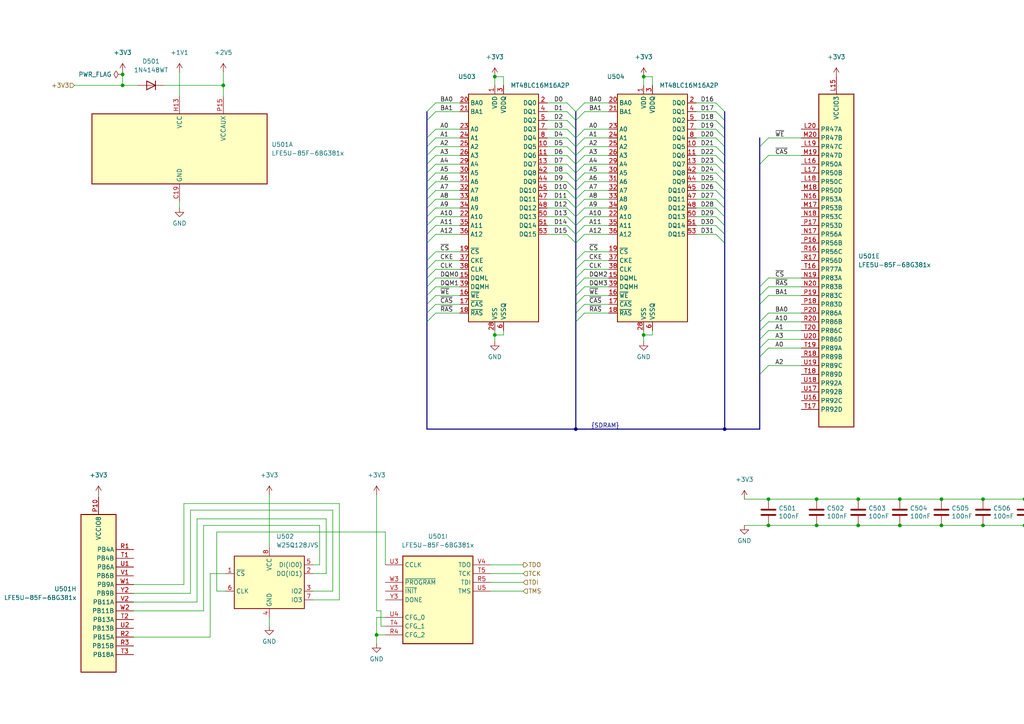
<source format=kicad_sch>
(kicad_sch (version 20211123) (generator eeschema)
  (paper "A4")
  (bus_alias "SDRAM" (members "D[0..31]" "BA[0..1]" "A[0..12]" "~{CS}" "~{WE}" "~{RAS}" "~{CAS}" "CKE" "CLK" "DQM[0..3]"))
  (junction (at 370.205 152.4))
  (junction (at 321.945 144.78))
  (junction (at 35.56 24.765))
  (junction (at 248.92 152.4))
  (junction (at 186.69 97.155))
  (junction (at 394.97 152.4))
  (junction (at 346.075 152.4))
  (junction (at 334.01 144.78))
  (junction (at 210.185 124.46))
  (junction (at 167.005 124.46))
  (junction (at 297.18 144.78))
  (junction (at 297.18 152.4))
  (junction (at 309.88 152.4))
  (junction (at 248.92 144.78))
  (junction (at 35.56 21.59))
  (junction (at 260.985 144.78))
  (junction (at 273.05 144.78))
  (junction (at 382.27 152.4))
  (junction (at 143.51 97.155))
  (junction (at 394.97 144.78))
  (junction (at 370.205 144.78))
  (junction (at 285.115 152.4))
  (junction (at 346.075 144.78))
  (junction (at 260.985 152.4))
  (junction (at 285.115 144.78))
  (junction (at 382.27 144.78))
  (junction (at 358.14 144.78))
  (junction (at 309.88 144.78))
  (junction (at 236.855 144.78))
  (junction (at 143.51 22.225))
  (junction (at 222.885 144.78))
  (junction (at 358.14 152.4))
  (junction (at 334.01 152.4))
  (junction (at 186.69 22.225))
  (junction (at 109.22 184.15))
  (junction (at 273.05 152.4))
  (junction (at 222.885 152.4))
  (junction (at 321.945 152.4))
  (junction (at 64.77 24.765))
  (junction (at 236.855 152.4))
  (bus_entry (at 167.005 34.925) (size 2.54 -2.54))
  (bus_entry (at 210.185 50.165) (size -2.54 -2.54))
  (bus_entry (at 123.825 88.265) (size 2.54 -2.54))
  (bus_entry (at 220.345 83.185) (size 2.54 -2.54))
  (bus_entry (at 123.825 83.185) (size 2.54 -2.54))
  (bus_entry (at 220.345 88.265) (size 2.54 -2.54))
  (bus_entry (at 123.825 45.085) (size 2.54 -2.54))
  (bus_entry (at 167.005 50.165) (size -2.54 -2.54))
  (bus_entry (at 220.345 103.505) (size 2.54 -2.54))
  (bus_entry (at 123.825 93.345) (size 2.54 -2.54))
  (bus_entry (at 167.005 75.565) (size 2.54 -2.54))
  (bus_entry (at 167.005 62.865) (size -2.54 -2.54))
  (bus_entry (at 220.345 98.425) (size 2.54 -2.54))
  (bus_entry (at 167.005 45.085) (size -2.54 -2.54))
  (bus_entry (at 123.825 52.705) (size 2.54 -2.54))
  (bus_entry (at 210.185 52.705) (size -2.54 -2.54))
  (bus_entry (at 210.185 67.945) (size -2.54 -2.54))
  (bus_entry (at 123.825 85.725) (size 2.54 -2.54))
  (bus_entry (at 167.005 67.945) (size 2.54 -2.54))
  (bus_entry (at 123.825 62.865) (size 2.54 -2.54))
  (bus_entry (at 167.005 42.545) (size -2.54 -2.54))
  (bus_entry (at 167.005 78.105) (size 2.54 -2.54))
  (bus_entry (at 167.005 85.725) (size 2.54 -2.54))
  (bus_entry (at 167.005 32.385) (size 2.54 -2.54))
  (bus_entry (at 167.005 45.085) (size 2.54 -2.54))
  (bus_entry (at 167.005 40.005) (size 2.54 -2.54))
  (bus_entry (at 123.825 42.545) (size 2.54 -2.54))
  (bus_entry (at 167.005 40.005) (size -2.54 -2.54))
  (bus_entry (at 123.825 40.005) (size 2.54 -2.54))
  (bus_entry (at 210.185 62.865) (size -2.54 -2.54))
  (bus_entry (at 167.005 50.165) (size 2.54 -2.54))
  (bus_entry (at 167.005 65.405) (size 2.54 -2.54))
  (bus_entry (at 210.185 65.405) (size -2.54 -2.54))
  (bus_entry (at 123.825 55.245) (size 2.54 -2.54))
  (bus_entry (at 210.185 55.245) (size -2.54 -2.54))
  (bus_entry (at 210.185 57.785) (size -2.54 -2.54))
  (bus_entry (at 220.345 100.965) (size 2.54 -2.54))
  (bus_entry (at 210.185 34.925) (size -2.54 -2.54))
  (bus_entry (at 123.825 78.105) (size 2.54 -2.54))
  (bus_entry (at 167.005 42.545) (size 2.54 -2.54))
  (bus_entry (at 220.345 95.885) (size 2.54 -2.54))
  (bus_entry (at 220.345 85.725) (size 2.54 -2.54))
  (bus_entry (at 167.005 67.945) (size -2.54 -2.54))
  (bus_entry (at 167.005 70.485) (size 2.54 -2.54))
  (bus_entry (at 123.825 70.485) (size 2.54 -2.54))
  (bus_entry (at 167.005 34.925) (size -2.54 -2.54))
  (bus_entry (at 167.005 60.325) (size 2.54 -2.54))
  (bus_entry (at 167.005 52.705) (size 2.54 -2.54))
  (bus_entry (at 210.185 32.385) (size -2.54 -2.54))
  (bus_entry (at 167.005 32.385) (size -2.54 -2.54))
  (bus_entry (at 167.005 93.345) (size 2.54 -2.54))
  (bus_entry (at 220.345 42.545) (size 2.54 -2.54))
  (bus_entry (at 123.825 57.785) (size 2.54 -2.54))
  (bus_entry (at 167.005 37.465) (size -2.54 -2.54))
  (bus_entry (at 123.825 60.325) (size 2.54 -2.54))
  (bus_entry (at 123.825 32.385) (size 2.54 -2.54))
  (bus_entry (at 167.005 57.785) (size 2.54 -2.54))
  (bus_entry (at 210.185 45.085) (size -2.54 -2.54))
  (bus_entry (at 167.005 80.645) (size 2.54 -2.54))
  (bus_entry (at 167.005 62.865) (size 2.54 -2.54))
  (bus_entry (at 210.185 37.465) (size -2.54 -2.54))
  (bus_entry (at 167.005 55.245) (size 2.54 -2.54))
  (bus_entry (at 167.005 60.325) (size -2.54 -2.54))
  (bus_entry (at 210.185 40.005) (size -2.54 -2.54))
  (bus_entry (at 123.825 47.625) (size 2.54 -2.54))
  (bus_entry (at 167.005 52.705) (size -2.54 -2.54))
  (bus_entry (at 167.005 47.625) (size 2.54 -2.54))
  (bus_entry (at 167.005 83.185) (size 2.54 -2.54))
  (bus_entry (at 210.185 70.485) (size -2.54 -2.54))
  (bus_entry (at 210.185 47.625) (size -2.54 -2.54))
  (bus_entry (at 167.005 65.405) (size -2.54 -2.54))
  (bus_entry (at 123.825 80.645) (size 2.54 -2.54))
  (bus_entry (at 167.005 57.785) (size -2.54 -2.54))
  (bus_entry (at 123.825 50.165) (size 2.54 -2.54))
  (bus_entry (at 123.825 90.805) (size 2.54 -2.54))
  (bus_entry (at 167.005 70.485) (size -2.54 -2.54))
  (bus_entry (at 220.345 47.625) (size 2.54 -2.54))
  (bus_entry (at 123.825 75.565) (size 2.54 -2.54))
  (bus_entry (at 167.005 90.805) (size 2.54 -2.54))
  (bus_entry (at 167.005 88.265) (size 2.54 -2.54))
  (bus_entry (at 123.825 34.925) (size 2.54 -2.54))
  (bus_entry (at 210.185 60.325) (size -2.54 -2.54))
  (bus_entry (at 167.005 55.245) (size -2.54 -2.54))
  (bus_entry (at 220.345 108.585) (size 2.54 -2.54))
  (bus_entry (at 220.345 93.345) (size 2.54 -2.54))
  (bus_entry (at 123.825 65.405) (size 2.54 -2.54))
  (bus_entry (at 210.185 42.545) (size -2.54 -2.54))
  (bus_entry (at 167.005 47.625) (size -2.54 -2.54))
  (bus_entry (at 123.825 67.945) (size 2.54 -2.54))
  (wire (pts (xy 201.93 45.085) (xy 207.645 45.085)))
  (wire (pts (xy 64.77 20.955) (xy 64.77 24.765)))
  (wire (pts (xy 126.365 60.325) (xy 133.35 60.325)))
  (wire (pts (xy 126.365 75.565) (xy 133.35 75.565)))
  (wire (pts (xy 222.885 45.085) (xy 232.41 45.085)))
  (wire (pts (xy 126.365 78.105) (xy 133.35 78.105)))
  (wire (pts (xy 201.93 62.865) (xy 207.645 62.865)))
  (wire (pts (xy 60.96 184.785) (xy 60.96 166.37)))
  (wire (pts (xy 186.69 95.885) (xy 186.69 97.155)))
  (wire (pts (xy 382.27 152.4) (xy 394.97 152.4)))
  (wire (pts (xy 201.93 47.625) (xy 207.645 47.625)))
  (wire (pts (xy 35.56 21.59) (xy 35.56 24.765)))
  (bus (pts (xy 123.825 42.545) (xy 123.825 45.085)))
  (bus (pts (xy 123.825 80.645) (xy 123.825 83.185)))
  (wire (pts (xy 169.545 60.325) (xy 176.53 60.325)))
  (wire (pts (xy 169.545 65.405) (xy 176.53 65.405)))
  (bus (pts (xy 210.185 57.785) (xy 210.185 60.325)))
  (bus (pts (xy 220.345 85.725) (xy 220.345 88.265)))
  (wire (pts (xy 222.885 152.4) (xy 236.855 152.4)))
  (wire (pts (xy 169.545 90.805) (xy 176.53 90.805)))
  (wire (pts (xy 169.545 42.545) (xy 176.53 42.545)))
  (wire (pts (xy 169.545 85.725) (xy 176.53 85.725)))
  (wire (pts (xy 126.365 88.265) (xy 133.35 88.265)))
  (wire (pts (xy 215.9 144.78) (xy 222.885 144.78)))
  (wire (pts (xy 53.34 146.05) (xy 98.425 146.05)))
  (wire (pts (xy 169.545 73.025) (xy 176.53 73.025)))
  (wire (pts (xy 248.92 144.78) (xy 260.985 144.78)))
  (wire (pts (xy 126.365 85.725) (xy 133.35 85.725)))
  (wire (pts (xy 126.365 62.865) (xy 133.35 62.865)))
  (wire (pts (xy 169.545 52.705) (xy 176.53 52.705)))
  (bus (pts (xy 167.005 90.805) (xy 167.005 93.345)))
  (wire (pts (xy 201.93 34.925) (xy 207.645 34.925)))
  (wire (pts (xy 189.23 24.765) (xy 189.23 22.225)))
  (bus (pts (xy 167.005 88.265) (xy 167.005 90.805)))
  (bus (pts (xy 220.345 93.345) (xy 220.345 95.885)))
  (wire (pts (xy 273.05 144.78) (xy 285.115 144.78)))
  (wire (pts (xy 94.615 166.37) (xy 90.805 166.37)))
  (wire (pts (xy 158.75 62.865) (xy 164.465 62.865)))
  (wire (pts (xy 126.365 47.625) (xy 133.35 47.625)))
  (wire (pts (xy 169.545 50.165) (xy 176.53 50.165)))
  (wire (pts (xy 309.88 152.4) (xy 321.945 152.4)))
  (wire (pts (xy 370.205 152.4) (xy 382.27 152.4)))
  (wire (pts (xy 201.93 29.845) (xy 207.645 29.845)))
  (wire (pts (xy 38.735 177.165) (xy 59.055 177.165)))
  (wire (pts (xy 169.545 88.265) (xy 176.53 88.265)))
  (wire (pts (xy 158.75 50.165) (xy 164.465 50.165)))
  (bus (pts (xy 123.825 67.945) (xy 123.825 70.485)))
  (wire (pts (xy 169.545 55.245) (xy 176.53 55.245)))
  (wire (pts (xy 98.425 146.05) (xy 98.425 173.99)))
  (wire (pts (xy 321.945 144.78) (xy 334.01 144.78)))
  (wire (pts (xy 201.93 42.545) (xy 207.645 42.545)))
  (bus (pts (xy 167.005 47.625) (xy 167.005 50.165)))
  (bus (pts (xy 167.005 37.465) (xy 167.005 40.005)))
  (wire (pts (xy 142.24 163.83) (xy 151.765 163.83)))
  (wire (pts (xy 96.52 171.45) (xy 90.805 171.45)))
  (bus (pts (xy 167.005 32.385) (xy 167.005 34.925)))
  (wire (pts (xy 169.545 83.185) (xy 176.53 83.185)))
  (wire (pts (xy 35.56 20.955) (xy 35.56 21.59)))
  (bus (pts (xy 167.005 70.485) (xy 167.005 75.565)))
  (wire (pts (xy 297.18 144.78) (xy 309.88 144.78)))
  (wire (pts (xy 126.365 29.845) (xy 133.35 29.845)))
  (wire (pts (xy 110.49 177.165) (xy 109.22 177.165)))
  (wire (pts (xy 215.9 152.4) (xy 222.885 152.4)))
  (wire (pts (xy 201.93 60.325) (xy 207.645 60.325)))
  (bus (pts (xy 123.825 52.705) (xy 123.825 55.245)))
  (wire (pts (xy 273.05 152.4) (xy 285.115 152.4)))
  (bus (pts (xy 210.185 45.085) (xy 210.185 47.625)))
  (wire (pts (xy 158.75 42.545) (xy 164.465 42.545)))
  (bus (pts (xy 123.825 45.085) (xy 123.825 47.625)))
  (wire (pts (xy 126.365 67.945) (xy 133.35 67.945)))
  (wire (pts (xy 92.71 163.83) (xy 90.805 163.83)))
  (wire (pts (xy 158.75 57.785) (xy 164.465 57.785)))
  (bus (pts (xy 210.185 70.485) (xy 210.185 124.46)))
  (wire (pts (xy 47.625 24.765) (xy 64.77 24.765)))
  (wire (pts (xy 169.545 29.845) (xy 176.53 29.845)))
  (wire (pts (xy 35.56 24.765) (xy 40.005 24.765)))
  (bus (pts (xy 210.185 32.385) (xy 210.185 34.925)))
  (wire (pts (xy 260.985 152.4) (xy 273.05 152.4)))
  (bus (pts (xy 123.825 78.105) (xy 123.825 80.645)))
  (bus (pts (xy 210.185 65.405) (xy 210.185 67.945)))
  (wire (pts (xy 201.93 32.385) (xy 207.645 32.385)))
  (wire (pts (xy 186.69 22.225) (xy 186.69 24.765)))
  (bus (pts (xy 210.185 37.465) (xy 210.185 40.005)))
  (wire (pts (xy 158.75 37.465) (xy 164.465 37.465)))
  (wire (pts (xy 222.885 93.345) (xy 232.41 93.345)))
  (wire (pts (xy 52.07 58.42) (xy 52.07 60.325)))
  (bus (pts (xy 220.345 108.585) (xy 220.345 124.46)))
  (wire (pts (xy 334.01 144.78) (xy 346.075 144.78)))
  (wire (pts (xy 201.93 67.945) (xy 207.645 67.945)))
  (bus (pts (xy 220.345 95.885) (xy 220.345 98.425)))
  (bus (pts (xy 167.005 52.705) (xy 167.005 55.245)))
  (wire (pts (xy 158.75 40.005) (xy 164.465 40.005)))
  (bus (pts (xy 167.005 65.405) (xy 167.005 67.945)))
  (wire (pts (xy 126.365 37.465) (xy 133.35 37.465)))
  (bus (pts (xy 167.005 45.085) (xy 167.005 47.625)))
  (wire (pts (xy 189.23 95.885) (xy 189.23 97.155)))
  (wire (pts (xy 201.93 37.465) (xy 207.645 37.465)))
  (wire (pts (xy 201.93 55.245) (xy 207.645 55.245)))
  (bus (pts (xy 167.005 85.725) (xy 167.005 88.265)))
  (wire (pts (xy 201.93 57.785) (xy 207.645 57.785)))
  (wire (pts (xy 222.885 85.725) (xy 232.41 85.725)))
  (wire (pts (xy 28.575 143.51) (xy 28.575 144.145)))
  (bus (pts (xy 167.005 80.645) (xy 167.005 83.185)))
  (bus (pts (xy 123.825 90.805) (xy 123.825 93.345)))
  (wire (pts (xy 186.69 22.225) (xy 189.23 22.225)))
  (wire (pts (xy 186.69 97.155) (xy 186.69 99.06)))
  (wire (pts (xy 297.18 152.4) (xy 309.88 152.4)))
  (wire (pts (xy 109.22 143.51) (xy 109.22 177.165)))
  (wire (pts (xy 109.22 179.07) (xy 109.22 184.15)))
  (wire (pts (xy 111.76 179.07) (xy 109.22 179.07)))
  (wire (pts (xy 394.97 144.78) (xy 407.035 144.78)))
  (bus (pts (xy 123.825 60.325) (xy 123.825 62.865)))
  (wire (pts (xy 126.365 65.405) (xy 133.35 65.405)))
  (bus (pts (xy 123.825 70.485) (xy 123.825 75.565)))
  (wire (pts (xy 222.885 40.005) (xy 232.41 40.005)))
  (wire (pts (xy 142.24 168.91) (xy 151.765 168.91)))
  (bus (pts (xy 220.345 103.505) (xy 220.345 108.585)))
  (wire (pts (xy 169.545 75.565) (xy 176.53 75.565)))
  (wire (pts (xy 21.59 24.765) (xy 35.56 24.765)))
  (bus (pts (xy 167.005 40.005) (xy 167.005 42.545)))
  (bus (pts (xy 123.825 65.405) (xy 123.825 67.945)))
  (bus (pts (xy 210.185 40.005) (xy 210.185 42.545)))
  (wire (pts (xy 334.01 152.4) (xy 346.075 152.4)))
  (bus (pts (xy 123.825 32.385) (xy 123.825 34.925)))
  (bus (pts (xy 167.005 62.865) (xy 167.005 65.405)))
  (bus (pts (xy 167.005 60.325) (xy 167.005 62.865)))
  (wire (pts (xy 309.88 144.78) (xy 321.945 144.78)))
  (wire (pts (xy 60.96 166.37) (xy 65.405 166.37)))
  (wire (pts (xy 321.945 152.4) (xy 334.01 152.4)))
  (bus (pts (xy 210.185 52.705) (xy 210.185 55.245)))
  (wire (pts (xy 143.51 95.885) (xy 143.51 97.155)))
  (wire (pts (xy 59.055 177.165) (xy 59.055 152.4)))
  (wire (pts (xy 169.545 62.865) (xy 176.53 62.865)))
  (bus (pts (xy 123.825 55.245) (xy 123.825 57.785)))
  (wire (pts (xy 236.855 144.78) (xy 248.92 144.78)))
  (wire (pts (xy 222.885 144.78) (xy 236.855 144.78)))
  (bus (pts (xy 167.005 78.105) (xy 167.005 80.645)))
  (wire (pts (xy 158.75 55.245) (xy 164.465 55.245)))
  (bus (pts (xy 167.005 83.185) (xy 167.005 85.725)))
  (wire (pts (xy 222.885 100.965) (xy 232.41 100.965)))
  (wire (pts (xy 201.93 40.005) (xy 207.645 40.005)))
  (wire (pts (xy 285.115 152.4) (xy 297.18 152.4)))
  (wire (pts (xy 143.51 22.225) (xy 143.51 24.765)))
  (wire (pts (xy 358.14 144.78) (xy 370.205 144.78)))
  (wire (pts (xy 169.545 78.105) (xy 176.53 78.105)))
  (wire (pts (xy 111.76 154.305) (xy 62.865 154.305)))
  (wire (pts (xy 96.52 147.955) (xy 96.52 171.45)))
  (wire (pts (xy 158.75 32.385) (xy 164.465 32.385)))
  (wire (pts (xy 126.365 45.085) (xy 133.35 45.085)))
  (wire (pts (xy 201.93 52.705) (xy 207.645 52.705)))
  (wire (pts (xy 143.51 97.155) (xy 146.05 97.155)))
  (wire (pts (xy 169.545 45.085) (xy 176.53 45.085)))
  (wire (pts (xy 186.69 97.155) (xy 189.23 97.155)))
  (bus (pts (xy 123.825 85.725) (xy 123.825 88.265)))
  (wire (pts (xy 169.545 32.385) (xy 176.53 32.385)))
  (bus (pts (xy 210.185 50.165) (xy 210.185 52.705)))
  (bus (pts (xy 210.185 60.325) (xy 210.185 62.865)))
  (wire (pts (xy 236.855 152.4) (xy 248.92 152.4)))
  (bus (pts (xy 123.825 75.565) (xy 123.825 78.105)))
  (bus (pts (xy 210.185 42.545) (xy 210.185 45.085)))
  (bus (pts (xy 167.005 42.545) (xy 167.005 45.085)))
  (wire (pts (xy 62.865 154.305) (xy 62.865 171.45)))
  (wire (pts (xy 346.075 144.78) (xy 358.14 144.78)))
  (bus (pts (xy 220.345 88.265) (xy 220.345 93.345)))
  (bus (pts (xy 123.825 83.185) (xy 123.825 85.725)))
  (wire (pts (xy 126.365 52.705) (xy 133.35 52.705)))
  (wire (pts (xy 222.885 90.805) (xy 232.41 90.805)))
  (wire (pts (xy 285.115 144.78) (xy 297.18 144.78)))
  (wire (pts (xy 169.545 37.465) (xy 176.53 37.465)))
  (wire (pts (xy 158.75 65.405) (xy 164.465 65.405)))
  (bus (pts (xy 123.825 93.345) (xy 123.825 124.46)))
  (wire (pts (xy 201.93 50.165) (xy 207.645 50.165)))
  (wire (pts (xy 109.22 184.15) (xy 111.76 184.15)))
  (wire (pts (xy 38.735 169.545) (xy 53.34 169.545)))
  (bus (pts (xy 220.345 83.185) (xy 220.345 85.725)))
  (wire (pts (xy 222.885 95.885) (xy 232.41 95.885)))
  (wire (pts (xy 146.05 95.885) (xy 146.05 97.155)))
  (bus (pts (xy 167.005 124.46) (xy 210.185 124.46)))
  (bus (pts (xy 123.825 57.785) (xy 123.825 60.325)))
  (wire (pts (xy 78.105 179.07) (xy 78.105 181.61)))
  (wire (pts (xy 52.07 20.955) (xy 52.07 27.94)))
  (wire (pts (xy 126.365 73.025) (xy 133.35 73.025)))
  (bus (pts (xy 210.185 55.245) (xy 210.185 57.785)))
  (wire (pts (xy 126.365 50.165) (xy 133.35 50.165)))
  (wire (pts (xy 110.49 181.61) (xy 110.49 177.165)))
  (wire (pts (xy 169.545 80.645) (xy 176.53 80.645)))
  (wire (pts (xy 370.205 144.78) (xy 382.27 144.78)))
  (bus (pts (xy 167.005 75.565) (xy 167.005 78.105)))
  (wire (pts (xy 53.34 169.545) (xy 53.34 146.05)))
  (wire (pts (xy 111.76 163.83) (xy 111.76 154.305)))
  (bus (pts (xy 123.825 62.865) (xy 123.825 65.405)))
  (wire (pts (xy 94.615 150.495) (xy 94.615 166.37)))
  (wire (pts (xy 126.365 55.245) (xy 133.35 55.245)))
  (wire (pts (xy 169.545 47.625) (xy 176.53 47.625)))
  (bus (pts (xy 167.005 124.46) (xy 123.825 124.46)))
  (bus (pts (xy 123.825 47.625) (xy 123.825 50.165)))
  (wire (pts (xy 158.75 29.845) (xy 164.465 29.845)))
  (wire (pts (xy 142.24 171.45) (xy 151.765 171.45)))
  (bus (pts (xy 123.825 40.005) (xy 123.825 42.545)))
  (wire (pts (xy 62.865 171.45) (xy 65.405 171.45)))
  (bus (pts (xy 167.005 93.345) (xy 167.005 124.46)))
  (bus (pts (xy 210.185 47.625) (xy 210.185 50.165)))
  (bus (pts (xy 123.825 50.165) (xy 123.825 52.705)))
  (wire (pts (xy 126.365 40.005) (xy 133.35 40.005)))
  (bus (pts (xy 210.185 67.945) (xy 210.185 70.485)))
  (wire (pts (xy 358.14 152.4) (xy 370.205 152.4)))
  (wire (pts (xy 92.71 152.4) (xy 92.71 163.83)))
  (wire (pts (xy 78.105 143.51) (xy 78.105 158.75)))
  (wire (pts (xy 222.885 98.425) (xy 232.41 98.425)))
  (bus (pts (xy 167.005 50.165) (xy 167.005 52.705)))
  (wire (pts (xy 126.365 42.545) (xy 133.35 42.545)))
  (wire (pts (xy 346.075 152.4) (xy 358.14 152.4)))
  (wire (pts (xy 55.245 147.955) (xy 96.52 147.955)))
  (bus (pts (xy 123.825 34.925) (xy 123.825 40.005)))
  (wire (pts (xy 126.365 90.805) (xy 133.35 90.805)))
  (wire (pts (xy 38.735 184.785) (xy 60.96 184.785)))
  (wire (pts (xy 169.545 67.945) (xy 176.53 67.945)))
  (wire (pts (xy 109.22 184.15) (xy 109.22 186.69)))
  (wire (pts (xy 169.545 57.785) (xy 176.53 57.785)))
  (wire (pts (xy 158.75 47.625) (xy 164.465 47.625)))
  (wire (pts (xy 143.51 97.155) (xy 143.51 99.06)))
  (wire (pts (xy 169.545 40.005) (xy 176.53 40.005)))
  (wire (pts (xy 146.05 24.765) (xy 146.05 22.225)))
  (wire (pts (xy 158.75 45.085) (xy 164.465 45.085)))
  (bus (pts (xy 220.345 100.965) (xy 220.345 103.505)))
  (wire (pts (xy 98.425 173.99) (xy 90.805 173.99)))
  (bus (pts (xy 220.345 47.625) (xy 220.345 83.185)))
  (wire (pts (xy 382.27 144.78) (xy 394.97 144.78)))
  (bus (pts (xy 210.185 34.925) (xy 210.185 37.465)))
  (bus (pts (xy 210.185 124.46) (xy 220.345 124.46)))
  (wire (pts (xy 222.885 80.645) (xy 232.41 80.645)))
  (wire (pts (xy 59.055 152.4) (xy 92.71 152.4)))
  (wire (pts (xy 38.735 172.085) (xy 55.245 172.085)))
  (bus (pts (xy 220.345 42.545) (xy 220.345 47.625)))
  (wire (pts (xy 158.75 34.925) (xy 164.465 34.925)))
  (bus (pts (xy 167.005 34.925) (xy 167.005 37.465)))
  (bus (pts (xy 167.005 57.785) (xy 167.005 60.325)))
  (bus (pts (xy 167.005 55.245) (xy 167.005 57.785)))
  (wire (pts (xy 126.365 32.385) (xy 133.35 32.385)))
  (wire (pts (xy 158.75 60.325) (xy 164.465 60.325)))
  (wire (pts (xy 158.75 52.705) (xy 164.465 52.705)))
  (wire (pts (xy 64.77 24.765) (xy 64.77 27.94)))
  (wire (pts (xy 55.245 172.085) (xy 55.245 147.955)))
  (wire (pts (xy 201.93 65.405) (xy 207.645 65.405)))
  (wire (pts (xy 57.15 150.495) (xy 94.615 150.495)))
  (wire (pts (xy 38.735 174.625) (xy 57.15 174.625)))
  (wire (pts (xy 126.365 57.785) (xy 133.35 57.785)))
  (wire (pts (xy 143.51 22.225) (xy 146.05 22.225)))
  (wire (pts (xy 222.885 106.045) (xy 232.41 106.045)))
  (wire (pts (xy 142.24 166.37) (xy 151.765 166.37)))
  (wire (pts (xy 158.75 67.945) (xy 164.465 67.945)))
  (bus (pts (xy 210.185 62.865) (xy 210.185 65.405)))
  (wire (pts (xy 126.365 80.645) (xy 133.35 80.645)))
  (wire (pts (xy 111.76 181.61) (xy 110.49 181.61)))
  (wire (pts (xy 126.365 83.185) (xy 133.35 83.185)))
  (wire (pts (xy 57.15 174.625) (xy 57.15 150.495)))
  (wire (pts (xy 260.985 144.78) (xy 273.05 144.78)))
  (bus (pts (xy 220.345 40.005) (xy 220.345 42.545)))
  (wire (pts (xy 248.92 152.4) (xy 260.985 152.4)))
  (wire (pts (xy 222.885 83.185) (xy 232.41 83.185)))
  (bus (pts (xy 123.825 88.265) (xy 123.825 90.805)))
  (bus (pts (xy 167.005 67.945) (xy 167.005 70.485)))
  (wire (pts (xy 394.97 152.4) (xy 407.035 152.4)))
  (bus (pts (xy 220.345 98.425) (xy 220.345 100.965)))
  (label "~{CS}" (at 127.635 73.025 0))
  (label "BA0" (at 170.815 29.845 0))
  (label "A12" (at 170.815 67.945 0))
  (label "D6" (at 160.655 45.085 0))
  (label "A3" (at 224.79 98.425 0))
  (label "D25" (at 203.2 52.705 0))
  (label "A0" (at 224.79 100.965 0))
  (label "D24" (at 203.2 50.165 0))
  (label "D27" (at 203.2 57.785 0))
  (label "CKE" (at 127.635 75.565 0))
  (label "BA0" (at 224.79 90.805 0))
  (label "A11" (at 127.635 65.405 0))
  (label "CKE" (at 170.815 75.565 0))
  (label "BA0" (at 127.635 29.845 0))
  (label "D12" (at 160.655 60.325 0))
  (label "D29" (at 203.2 62.865 0))
  (label "A2" (at 170.815 42.545 0))
  (label "~{CS}" (at 170.815 73.025 0))
  (label "D19" (at 203.2 37.465 0))
  (label "D26" (at 203.2 55.245 0))
  (label "A4" (at 127.635 47.625 0))
  (label "A6" (at 170.815 52.705 0))
  (label "A1" (at 127.635 40.005 0))
  (label "BA1" (at 127.635 32.385 0))
  (label "D3" (at 160.655 37.465 0))
  (label "D1" (at 160.655 32.385 0))
  (label "~{WE}" (at 224.79 40.005 0))
  (label "D11" (at 160.655 57.785 0))
  (label "D7" (at 160.655 47.625 0))
  (label "D13" (at 160.655 62.865 0))
  (label "A1" (at 170.815 40.005 0))
  (label "D8" (at 160.655 50.165 0))
  (label "D23" (at 203.2 47.625 0))
  (label "A7" (at 127.635 55.245 0))
  (label "~{WE}" (at 170.815 85.725 0))
  (label "D4" (at 160.655 40.005 0))
  (label "~{RAS}" (at 224.79 83.185 0))
  (label "DQM3" (at 170.815 83.185 0))
  (label "D30" (at 203.2 65.405 0))
  (label "~{WE}" (at 127.635 85.725 0))
  (label "D2" (at 160.655 34.925 0))
  (label "A3" (at 170.815 45.085 0))
  (label "D31" (at 203.2 67.945 0))
  (label "A10" (at 170.815 62.865 0))
  (label "D0" (at 160.655 29.845 0))
  (label "A10" (at 224.79 93.345 0))
  (label "BA1" (at 224.79 85.725 0))
  (label "A8" (at 127.635 57.785 0))
  (label "D5" (at 160.655 42.545 0))
  (label "{SDRAM}" (at 171.45 124.46 0))
  (label "~{RAS}" (at 127.635 90.805 0))
  (label "A8" (at 170.815 57.785 0))
  (label "A5" (at 127.635 50.165 0))
  (label "~{CS}" (at 224.79 80.645 0))
  (label "A3" (at 127.635 45.085 0))
  (label "D16" (at 203.2 29.845 0))
  (label "D17" (at 203.2 32.385 0))
  (label "DQM1" (at 127.635 83.185 0))
  (label "DQM0" (at 127.635 80.645 0))
  (label "A6" (at 127.635 52.705 0))
  (label "A11" (at 170.815 65.405 0))
  (label "BA1" (at 170.815 32.385 0))
  (label "D20" (at 203.2 40.005 0))
  (label "D21" (at 203.2 42.545 0))
  (label "A9" (at 127.635 60.325 0))
  (label "A10" (at 127.635 62.865 0))
  (label "D10" (at 160.655 55.245 0))
  (label "~{CAS}" (at 170.815 88.265 0))
  (label "D22" (at 203.2 45.085 0))
  (label "A2" (at 127.635 42.545 0))
  (label "~{CAS}" (at 224.79 45.085 0))
  (label "CLK" (at 127.635 78.105 0))
  (label "A7" (at 170.815 55.245 0))
  (label "DQM2" (at 170.815 80.645 0))
  (label "A9" (at 170.815 60.325 0))
  (label "D15" (at 160.655 67.945 0))
  (label "D18" (at 203.2 34.925 0))
  (label "A4" (at 170.815 47.625 0))
  (label "D9" (at 160.655 52.705 0))
  (label "A1" (at 224.79 95.885 0))
  (label "CLK" (at 170.815 78.105 0))
  (label "D28" (at 203.2 60.325 0))
  (label "A0" (at 127.635 37.465 0))
  (label "A0" (at 170.815 37.465 0))
  (label "A5" (at 170.815 50.165 0))
  (label "~{CAS}" (at 127.635 88.265 0))
  (label "D14" (at 160.655 65.405 0))
  (label "A12" (at 127.635 67.945 0))
  (label "~{RAS}" (at 170.815 90.805 0))
  (label "A2" (at 224.79 106.045 0))
  (hierarchical_label "+3V3" (shape input) (at 21.59 24.765 180))
  (hierarchical_label "TDO" (shape output) (at 151.765 163.83 0))
  (hierarchical_label "TDI" (shape input) (at 151.765 168.91 0))
  (hierarchical_label "TCK" (shape input) (at 151.765 166.37 0))
  (hierarchical_label "TMS" (shape input) (at 151.765 171.45 0))
  (symbol (lib_id "Device:C") (at 309.88 148.59 0) (unit 1)
    (property "Reference" "C508" (at 312.801 147.4216 0) (effects (justify left)))
    (property "Value" "100nF" (at 312.801 149.733 0) (effects (justify left)))
    (property "Footprint" "Capacitor_SMD:C_0402_1005Metric" (effects hide))
  )
  (symbol (lib_id "FPGA_Lattice:LFE5U-85F-6BG381x") (at 200.66 -57.785 0) (unit 2)
    (property "Reference" "U501" (at 207.645 -59.0551 0) (effects (justify left)))
    (property "Value" "LFE5U-85F-6BG381x" (at 207.645 -56.5151 0) (effects (justify left)))
    (property "Footprint" "Package_BGA:Lattice_caBGA-381_17.0x17.0mm_Layout20x20_P0.8mm_Ball0.4mm_Pad0.4mm_NSMD" (effects hide))
    (property "Datasheet" "https://www.latticesemi.com/view_document?document_id=50461" (effects hide))
  )
  (symbol (lib_id "power:+3V3") (at 247.65 -109.22 0) (unit 1)
    (property "Reference" "#PWR0125" (effects hide))
    (property "Value" "+3V3" (at 247.65 -114.935 0))
  )
  (symbol (lib_id "FPGA_Lattice:LFE5U-85F-6BG381x") (at 335.28 74.295 0) (unit 6)
    (property "Reference" "U501" (at 341.63 73.0249 0) (effects (justify left)))
    (property "Value" "LFE5U-85F-6BG381x" (at 341.63 75.5649 0) (effects (justify left)))
    (property "Footprint" "Package_BGA:Lattice_caBGA-381_17.0x17.0mm_Layout20x20_P0.8mm_Ball0.4mm_Pad0.4mm_NSMD" (effects hide))
    (property "Datasheet" "https://www.latticesemi.com/view_document?document_id=50461" (effects hide))
  )
  (symbol (lib_id "Device:C") (at 358.14 148.59 0) (unit 1)
    (property "Reference" "C512" (at 361.061 147.4216 0) (effects (justify left)))
    (property "Value" "100nF" (at 361.061 149.733 0) (effects (justify left)))
    (property "Footprint" "Capacitor_SMD:C_0402_1005Metric" (effects hide))
  )
  (symbol (lib_id "FPGA_Lattice:LFE5U-85F-6BG381x") (at 28.575 172.085 0) (mirror y) (unit 8)
    (property "Reference" "U501" (at 22.225 170.8149 0) (effects (justify left)))
    (property "Value" "LFE5U-85F-6BG381x" (at 22.225 173.3549 0) (effects (justify left)))
    (property "Footprint" "Package_BGA:Lattice_caBGA-381_17.0x17.0mm_Layout20x20_P0.8mm_Ball0.4mm_Pad0.4mm_NSMD" (effects hide))
    (property "Datasheet" "https://www.latticesemi.com/view_document?document_id=50461" (effects hide))
  )
  (symbol (lib_id "power:+3V3") (at 179.07 -106.68 0) (unit 1)
    (property "Reference" "#PWR0120" (effects hide))
    (property "Value" "+3V3" (at 179.07 -112.395 0))
  )
  (symbol (lib_id "power:GND") (at 186.69 99.06 0) (unit 1)
    (property "Reference" "#PWR0132" (effects hide))
    (property "Value" "GND" (at 186.69 103.505 0))
  )
  (symbol (lib_id "power:GND") (at 143.51 99.06 0) (unit 1)
    (property "Reference" "#PWR0131" (effects hide))
    (property "Value" "GND" (at 143.51 103.505 0))
  )
  (symbol (lib_id "Device:C") (at 394.97 148.59 0) (unit 1)
    (property "Reference" "C515" (at 397.891 147.4216 0) (effects (justify left)))
    (property "Value" "100nF" (at 397.891 149.733 0) (effects (justify left)))
    (property "Footprint" "Capacitor_SMD:C_0402_1005Metric" (effects hide))
  )
  (symbol (lib_id "power:+3V3") (at 224.79 -109.22 0) (unit 1)
    (property "Reference" "#PWR0124" (effects hide))
    (property "Value" "+3V3" (at 224.79 -114.935 0))
  )
  (symbol (lib_id "Device:C") (at 236.855 148.59 0) (unit 1)
    (property "Reference" "C502" (at 239.776 147.4216 0) (effects (justify left)))
    (property "Value" "100nF" (at 239.776 149.733 0) (effects (justify left)))
    (property "Footprint" "Capacitor_SMD:C_0402_1005Metric" (effects hide))
  )
  (symbol (lib_id "Device:C") (at 297.18 148.59 0) (unit 1)
    (property "Reference" "C507" (at 300.101 147.4216 0) (effects (justify left)))
    (property "Value" "100nF" (at 300.101 149.733 0) (effects (justify left)))
    (property "Footprint" "Capacitor_SMD:C_0402_1005Metric" (effects hide))
  )
  (symbol (lib_id "Device:C") (at 382.27 148.59 0) (unit 1)
    (property "Reference" "C514" (at 385.191 147.4216 0) (effects (justify left)))
    (property "Value" "100nF" (at 385.191 149.733 0) (effects (justify left)))
    (property "Footprint" "Capacitor_SMD:C_0402_1005Metric" (effects hide))
  )
  (symbol (lib_id "power:+2V5") (at 64.77 20.955 0) (unit 1)
    (property "Reference" "#PWR0127" (effects hide))
    (property "Value" "+2V5" (at 64.77 15.24 0))
  )
  (symbol (lib_id "power:GND") (at 215.9 152.4 0) (unit 1)
    (property "Reference" "#PWR0505" (effects hide))
    (property "Value" "GND" (at 215.9 156.845 0))
  )
  (symbol (lib_id "FPGA_Lattice:LFE5U-85F-6BG381x") (at 179.07 -55.88 0) (unit 7)
    (property "Reference" "U501" (at 185.42 -57.1501 0) (effects (justify left)))
    (property "Value" "LFE5U-85F-6BG381x" (at 185.42 -54.6101 0) (effects (justify left)))
    (property "Footprint" "Package_BGA:Lattice_caBGA-381_17.0x17.0mm_Layout20x20_P0.8mm_Ball0.4mm_Pad0.4mm_NSMD" (effects hide))
    (property "Datasheet" "https://www.latticesemi.com/view_document?document_id=50461" (effects hide))
  )
  (symbol (lib_id "Memory_RAM:MT48LC16M16A2P") (at 189.23 60.325 0) (unit 1)
    (property "Reference" "U504" (at 176.0094 22.225 0) (effects (justify left)))
    (property "Value" "MT48LC16M16A2P" (at 191.2494 24.765 0) (effects (justify left)))
    (property "Footprint" "Package_SO:TSOP-II-54_22.2x10.16mm_P0.8mm" (effects hide))
    (property "Datasheet" "https://www.micron.com/-/media/client/global/documents/products/data-sheet/dram/256mb_sdr.pdf" (effects hide))
  )
  (symbol (lib_id "power:GND") (at 52.07 60.325 0) (unit 1)
    (property "Reference" "#PWR0501" (effects hide))
    (property "Value" "GND" (at 52.07 64.77 0))
  )
  (symbol (lib_id "Device:C") (at 222.885 148.59 0) (unit 1)
    (property "Reference" "C501" (at 225.806 147.4216 0) (effects (justify left)))
    (property "Value" "100nF" (at 225.806 149.733 0) (effects (justify left)))
    (property "Footprint" "Capacitor_SMD:C_0402_1005Metric" (effects hide))
  )
  (symbol (lib_id "power:+1V1") (at 52.07 20.955 0) (unit 1)
    (property "Reference" "#PWR0126" (effects hide))
    (property "Value" "+1V1" (at 52.07 15.24 0))
  )
  (symbol (lib_id "power:+3V3") (at 335.28 20.955 0) (unit 1)
    (property "Reference" "#PWR0119" (effects hide))
    (property "Value" "+3V3" (at 335.28 15.24 0))
  )
  (symbol (lib_id "Memory_RAM:MT48LC16M16A2P") (at 146.05 60.325 0) (unit 1)
    (property "Reference" "U503" (at 132.8294 22.225 0) (effects (justify left)))
    (property "Value" "MT48LC16M16A2P" (at 148.0694 24.765 0) (effects (justify left)))
    (property "Footprint" "Package_SO:TSOP-II-54_22.2x10.16mm_P0.8mm" (effects hide))
    (property "Datasheet" "https://www.micron.com/-/media/client/global/documents/products/data-sheet/dram/256mb_sdr.pdf" (effects hide))
  )
  (symbol (lib_id "power:PWR_FLAG") (at 35.56 21.59 90) (unit 1)
    (property "Reference" "#FLG0501" (effects hide))
    (property "Value" "PWR_FLAG" (at 32.385 21.5899 90) (effects (justify left)))
  )
  (symbol (lib_id "FPGA_Lattice:LFE5U-85F-6BG381x") (at 242.57 75.565 0) (unit 5)
    (property "Reference" "U501" (at 248.92 74.2949 0) (effects (justify left)))
    (property "Value" "LFE5U-85F-6BG381x" (at 248.92 76.8349 0) (effects (justify left)))
    (property "Footprint" "Package_BGA:Lattice_caBGA-381_17.0x17.0mm_Layout20x20_P0.8mm_Ball0.4mm_Pad0.4mm_NSMD" (effects hide))
    (property "Datasheet" "https://www.latticesemi.com/view_document?document_id=50461" (effects hide))
  )
  (symbol (lib_id "FPGA_Lattice:LFE5U-85F-6BG381x") (at 52.07 43.18 0) (unit 1)
    (property "Reference" "U501" (at 78.74 41.9099 0) (effects (justify left)))
    (property "Value" "LFE5U-85F-6BG381x" (at 78.74 44.4499 0) (effects (justify left)))
    (property "Footprint" "Package_BGA:Lattice_caBGA-381_17.0x17.0mm_Layout20x20_P0.8mm_Ball0.4mm_Pad0.4mm_NSMD" (effects hide))
    (property "Datasheet" "https://www.latticesemi.com/view_document?document_id=50461" (effects hide))
  )
  (symbol (lib_id "Device:C") (at 370.205 148.59 0) (unit 1)
    (property "Reference" "C513" (at 373.126 147.4216 0) (effects (justify left)))
    (property "Value" "100nF" (at 373.126 149.733 0) (effects (justify left)))
    (property "Footprint" "Capacitor_SMD:C_0402_1005Metric" (effects hide))
  )
  (symbol (lib_id "Device:C") (at 346.075 148.59 0) (unit 1)
    (property "Reference" "C511" (at 348.996 147.4216 0) (effects (justify left)))
    (property "Value" "100nF" (at 348.996 149.733 0) (effects (justify left)))
    (property "Footprint" "Capacitor_SMD:C_0402_1005Metric" (effects hide))
  )
  (symbol (lib_id "power:+3V3") (at 35.56 20.955 0) (unit 1)
    (property "Reference" "#PWR0122" (effects hide))
    (property "Value" "+3V3" (at 35.56 15.24 0))
  )
  (symbol (lib_id "power:+3V3") (at 109.22 143.51 0) (mirror y) (unit 1)
    (property "Reference" "#PWR0133" (effects hide))
    (property "Value" "+3V3" (at 109.22 137.795 0))
  )
  (symbol (lib_id "power:+3V3") (at 78.105 143.51 0) (mirror y) (unit 1)
    (property "Reference" "#PWR0502" (effects hide))
    (property "Value" "+3V3" (at 78.105 137.795 0))
  )
  (symbol (lib_id "FPGA_Lattice:LFE5U-85F-6BG381x") (at 247.65 -55.88 0) (unit 4)
    (property "Reference" "U501" (at 254.635 -57.1501 0) (effects (justify left)))
    (property "Value" "LFE5U-85F-6BG381x" (at 254.635 -54.6101 0) (effects (justify left)))
    (property "Footprint" "Package_BGA:Lattice_caBGA-381_17.0x17.0mm_Layout20x20_P0.8mm_Ball0.4mm_Pad0.4mm_NSMD" (effects hide))
    (property "Datasheet" "https://www.latticesemi.com/view_document?document_id=50461" (effects hide))
  )
  (symbol (lib_id "power:GND") (at 78.105 181.61 0) (unit 1)
    (property "Reference" "#PWR0503" (effects hide))
    (property "Value" "GND" (at 78.105 186.055 0))
  )
  (symbol (lib_id "Device:C") (at 285.115 148.59 0) (unit 1)
    (property "Reference" "C506" (at 288.036 147.4216 0) (effects (justify left)))
    (property "Value" "100nF" (at 288.036 149.733 0) (effects (justify left)))
    (property "Footprint" "Capacitor_SMD:C_0402_1005Metric" (effects hide))
  )
  (symbol (lib_id "power:+3V3") (at 242.57 22.225 0) (unit 1)
    (property "Reference" "#PWR0118" (effects hide))
    (property "Value" "+3V3" (at 242.57 16.51 0))
  )
  (symbol (lib_id "Diode:1N4148WT") (at 43.815 24.765 180) (unit 1)
    (property "Reference" "D501" (at 43.815 17.78 0))
    (property "Value" "1N4148WT" (at 43.815 20.32 0))
    (property "Footprint" "Diode_SMD:D_SOD-523" (effects hide))
    (property "Datasheet" "https://www.diodes.com/assets/Datasheets/ds30396.pdf" (effects hide))
  )
  (symbol (lib_id "FPGA_Lattice:LFE5U-85F-6BG381x") (at 224.79 -55.88 0) (unit 3)
    (property "Reference" "U501" (at 231.14 -57.1501 0) (effects (justify left)))
    (property "Value" "LFE5U-85F-6BG381x" (at 231.14 -54.6101 0) (effects (justify left)))
    (property "Footprint" "Package_BGA:Lattice_caBGA-381_17.0x17.0mm_Layout20x20_P0.8mm_Ball0.4mm_Pad0.4mm_NSMD" (effects hide))
    (property "Datasheet" "https://www.latticesemi.com/view_document?document_id=50461" (effects hide))
  )
  (symbol (lib_id "Device:C") (at 334.01 148.59 0) (unit 1)
    (property "Reference" "C510" (at 336.931 147.4216 0) (effects (justify left)))
    (property "Value" "100nF" (at 336.931 149.733 0) (effects (justify left)))
    (property "Footprint" "Capacitor_SMD:C_0402_1005Metric" (effects hide))
  )
  (symbol (lib_id "Device:C") (at 260.985 148.59 0) (unit 1)
    (property "Reference" "C504" (at 263.906 147.4216 0) (effects (justify left)))
    (property "Value" "100nF" (at 263.906 149.733 0) (effects (justify left)))
    (property "Footprint" "Capacitor_SMD:C_0402_1005Metric" (effects hide))
  )
  (symbol (lib_id "power:+3V3") (at 200.66 -103.505 0) (unit 1)
    (property "Reference" "#PWR0123" (effects hide))
    (property "Value" "+3V3" (at 200.66 -109.22 0))
  )
  (symbol (lib_id "Device:C") (at 407.035 148.59 0) (unit 1)
    (property "Reference" "C516" (at 409.956 147.4216 0) (effects (justify left)))
    (property "Value" "100nF" (at 409.956 149.733 0) (effects (justify left)))
    (property "Footprint" "Capacitor_SMD:C_0402_1005Metric" (effects hide))
  )
  (symbol (lib_id "Memory_Flash:W25Q128JVS") (at 78.105 168.91 0) (unit 1)
    (property "Reference" "U502" (at 80.1244 155.575 0) (effects (justify left)))
    (property "Value" "W25Q128JVS" (at 80.1244 158.115 0) (effects (justify left)))
    (property "Footprint" "Package_SO:SOIC-8_5.23x5.23mm_P1.27mm" (effects hide))
    (property "Datasheet" "http://www.winbond.com/resource-files/w25q128jv_dtr%20revc%2003272018%20plus.pdf" (effects hide))
  )
  (symbol (lib_id "power:+3V3") (at 215.9 144.78 0) (mirror y) (unit 1)
    (property "Reference" "#PWR0504" (effects hide))
    (property "Value" "+3V3" (at 215.9 139.065 0))
  )
  (symbol (lib_id "power:+3V3") (at 186.69 22.225 0) (unit 1)
    (property "Reference" "#PWR0130" (effects hide))
    (property "Value" "+3V3" (at 186.69 16.51 0))
  )
  (symbol (lib_id "power:GND") (at 109.22 186.69 0) (unit 1)
    (property "Reference" "#PWR0128" (effects hide))
    (property "Value" "GND" (at 109.22 191.135 0))
  )
  (symbol (lib_id "power:+3V3") (at 143.51 22.225 0) (unit 1)
    (property "Reference" "#PWR0129" (effects hide))
    (property "Value" "+3V3" (at 143.51 16.51 0))
  )
  (symbol (lib_id "Device:C") (at 273.05 148.59 0) (unit 1)
    (property "Reference" "C505" (at 275.971 147.4216 0) (effects (justify left)))
    (property "Value" "100nF" (at 275.971 149.733 0) (effects (justify left)))
    (property "Footprint" "Capacitor_SMD:C_0402_1005Metric" (effects hide))
  )
  (symbol (lib_id "power:+3V3") (at 28.575 143.51 0) (mirror y) (unit 1)
    (property "Reference" "#PWR0121" (effects hide))
    (property "Value" "+3V3" (at 28.575 137.795 0))
  )
  (symbol (lib_id "FPGA_Lattice:LFE5U-85F-6BG381x") (at 127 173.99 0) (unit 9)
    (property "Reference" "U501" (at 127 155.575 0))
    (property "Value" "LFE5U-85F-6BG381x" (at 127 158.115 0))
    (property "Footprint" "Package_BGA:Lattice_caBGA-381_17.0x17.0mm_Layout20x20_P0.8mm_Ball0.4mm_Pad0.4mm_NSMD" (effects hide))
    (property "Datasheet" "https://www.latticesemi.com/view_document?document_id=50461" (effects hide))
  )
  (symbol (lib_id "Device:C") (at 321.945 148.59 0) (unit 1)
    (property "Reference" "C509" (at 324.866 147.4216 0) (effects (justify left)))
    (property "Value" "100nF" (at 324.866 149.733 0) (effects (justify left)))
    (property "Footprint" "Capacitor_SMD:C_0402_1005Metric" (effects hide))
  )
  (symbol (lib_id "Device:C") (at 248.92 148.59 0) (unit 1)
    (property "Reference" "C503" (at 251.841 147.4216 0) (effects (justify left)))
    (property "Value" "100nF" (at 251.841 149.733 0) (effects (justify left)))
    (property "Footprint" "Capacitor_SMD:C_0402_1005Metric" (effects hide))
  )
)
</source>
